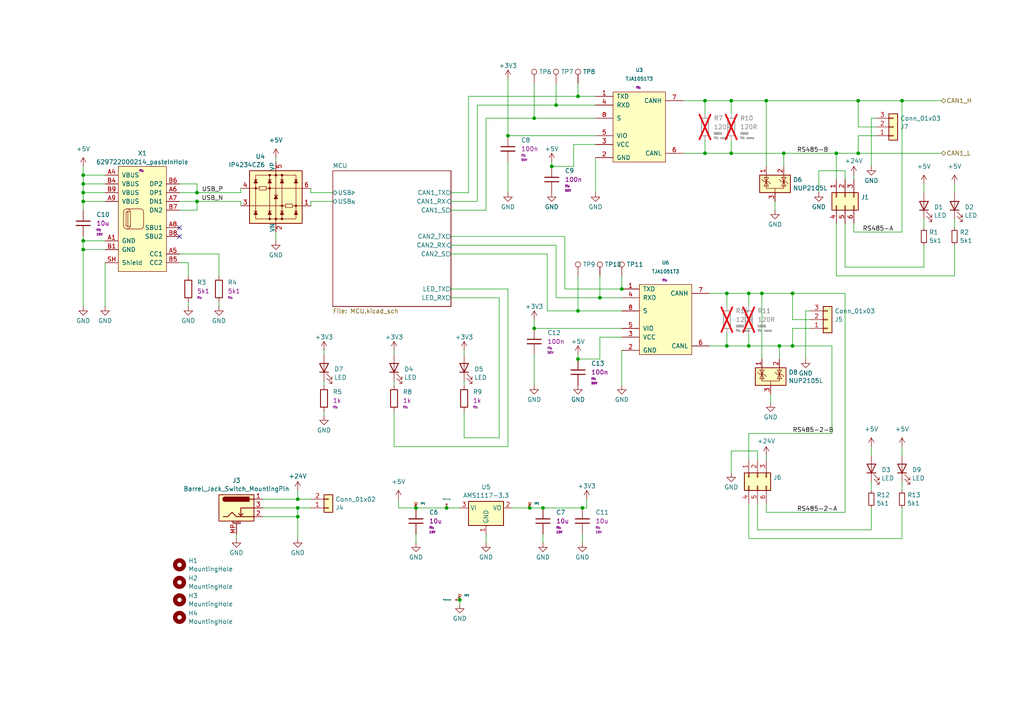
<source format=kicad_sch>
(kicad_sch (version 20250114) (generator "eeschema") (generator_version "9.0")
  (paper "A4")
  (junction (at 24.13 58.42))
  (junction (at 204.47 44.45))
  (junction (at 229.87 100.33))
  (junction (at 210.82 85.09))
  (junction (at 57.15 55.88))
  (junction (at 217.17 85.09))
  (junction (at 24.13 69.85))
  (junction (at 157.48 147.32))
  (junction (at 154.94 34.29))
  (junction (at 129.54 147.32))
  (junction (at 212.09 44.45))
  (junction (at 86.36 149.86))
  (junction (at 154.94 95.25))
  (junction (at 161.29 30.48))
  (junction (at 167.64 104.14))
  (junction (at 133.35 173.99))
  (junction (at 226.06 100.33))
  (junction (at 227.33 44.45))
  (junction (at 242.57 44.45))
  (junction (at 24.13 55.88))
  (junction (at 220.98 85.09))
  (junction (at 147.32 39.37))
  (junction (at 261.62 29.21))
  (junction (at 24.13 72.39))
  (junction (at 167.64 27.94))
  (junction (at 210.82 100.33))
  (junction (at 248.92 29.21))
  (junction (at 24.13 53.34))
  (junction (at 120.65 147.32))
  (junction (at 86.36 144.78))
  (junction (at 222.25 29.21))
  (junction (at 180.34 83.82))
  (junction (at 167.64 90.17))
  (junction (at 212.09 29.21))
  (junction (at 57.15 58.42))
  (junction (at 160.02 48.26))
  (junction (at 248.92 44.45))
  (junction (at 24.13 50.8))
  (junction (at 229.87 85.09))
  (junction (at 153.67 147.32))
  (junction (at 217.17 100.33))
  (junction (at 168.91 147.32))
  (junction (at 86.36 147.32))
  (junction (at 204.47 29.21))
  (junction (at 173.99 86.36))
  (no_connect (at 52.07 66.04))
  (no_connect (at 52.07 68.58))
  (wire (pts (xy 69.85 58.42) (xy 69.85 59.69)))
  (wire (pts (xy 222.25 29.21) (xy 222.25 48.26)))
  (wire (pts (xy 135.89 27.94) (xy 167.64 27.94)))
  (wire (pts (xy 57.15 58.42) (xy 69.85 58.42)))
  (wire (pts (xy 86.36 156.21) (xy 86.36 149.86)))
  (wire (pts (xy 217.17 133.35) (xy 217.17 125.73)))
  (wire (pts (xy 234.95 95.25) (xy 229.87 95.25)))
  (wire (pts (xy 245.11 64.77) (xy 245.11 77.47)))
  (wire (pts (xy 212.09 130.81) (xy 219.71 130.81)))
  (wire (pts (xy 147.32 22.86) (xy 147.32 39.37)))
  (wire (pts (xy 217.17 100.33) (xy 217.17 96.52)))
  (wire (pts (xy 267.97 77.47) (xy 267.97 71.12)))
  (wire (pts (xy 93.98 101.6) (xy 93.98 102.87)))
  (wire (pts (xy 69.85 54.61) (xy 69.85 55.88)))
  (wire (pts (xy 54.61 76.2) (xy 54.61 80.01)))
  (wire (pts (xy 245.11 148.59) (xy 245.11 85.09)))
  (wire (pts (xy 247.65 50.8) (xy 247.65 52.07)))
  (wire (pts (xy 223.52 114.3) (xy 223.52 116.84)))
  (wire (pts (xy 160.02 46.99) (xy 160.02 48.26)))
  (wire (pts (xy 130.81 73.66) (xy 158.75 73.66)))
  (wire (pts (xy 204.47 29.21) (xy 212.09 29.21)))
  (wire (pts (xy 24.13 88.9) (xy 24.13 72.39)))
  (wire (pts (xy 154.94 92.71) (xy 154.94 95.25)))
  (wire (pts (xy 212.09 29.21) (xy 222.25 29.21)))
  (wire (pts (xy 138.43 58.42) (xy 138.43 30.48)))
  (wire (pts (xy 144.78 127) (xy 144.78 86.36)))
  (wire (pts (xy 120.65 147.32) (xy 129.54 147.32)))
  (wire (pts (xy 114.3 119.38) (xy 114.3 129.54)))
  (wire (pts (xy 227.33 44.45) (xy 227.33 48.26)))
  (wire (pts (xy 63.5 88.9) (xy 63.5 87.63)))
  (wire (pts (xy 252.73 153.67) (xy 252.73 147.32)))
  (wire (pts (xy 205.74 85.09) (xy 210.82 85.09)))
  (wire (pts (xy 247.65 67.31) (xy 261.62 67.31)))
  (wire (pts (xy 261.62 29.21) (xy 273.05 29.21)))
  (wire (pts (xy 168.91 147.32) (xy 170.18 147.32)))
  (wire (pts (xy 134.62 101.6) (xy 134.62 102.87)))
  (wire (pts (xy 217.17 85.09) (xy 220.98 85.09)))
  (wire (pts (xy 120.65 154.94) (xy 120.65 157.48)))
  (wire (pts (xy 115.57 144.78) (xy 115.57 147.32)))
  (wire (pts (xy 24.13 72.39) (xy 30.48 72.39)))
  (wire (pts (xy 217.17 125.73) (xy 241.3 125.73)))
  (wire (pts (xy 261.62 139.7) (xy 261.62 142.24)))
  (wire (pts (xy 160.02 48.26) (xy 166.37 48.26)))
  (wire (pts (xy 222.25 146.05) (xy 222.25 148.59)))
  (wire (pts (xy 161.29 24.13) (xy 161.29 30.48)))
  (wire (pts (xy 147.32 46.99) (xy 147.32 55.88)))
  (wire (pts (xy 147.32 83.82) (xy 147.32 129.54)))
  (wire (pts (xy 248.92 29.21) (xy 248.92 36.83)))
  (wire (pts (xy 241.3 125.73) (xy 241.3 100.33)))
  (wire (pts (xy 80.01 69.85) (xy 80.01 67.31)))
  (wire (pts (xy 86.36 147.32) (xy 86.36 149.86)))
  (wire (pts (xy 90.17 54.61) (xy 90.17 55.88)))
  (wire (pts (xy 90.17 58.42) (xy 90.17 59.69)))
  (wire (pts (xy 154.94 102.87) (xy 154.94 111.76)))
  (wire (pts (xy 210.82 100.33) (xy 217.17 100.33)))
  (wire (pts (xy 63.5 73.66) (xy 63.5 80.01)))
  (wire (pts (xy 180.34 80.01) (xy 180.34 83.82)))
  (wire (pts (xy 93.98 120.65) (xy 93.98 119.38)))
  (wire (pts (xy 229.87 95.25) (xy 229.87 100.33)))
  (wire (pts (xy 30.48 88.9) (xy 30.48 76.2)))
  (wire (pts (xy 222.25 132.08) (xy 222.25 133.35)))
  (wire (pts (xy 161.29 30.48) (xy 172.72 30.48)))
  (wire (pts (xy 254 39.37) (xy 248.92 39.37)))
  (wire (pts (xy 210.82 85.09) (xy 217.17 85.09)))
  (wire (pts (xy 135.89 55.88) (xy 135.89 27.94)))
  (wire (pts (xy 242.57 80.01) (xy 276.86 80.01)))
  (wire (pts (xy 180.34 86.36) (xy 173.99 86.36)))
  (wire (pts (xy 252.73 139.7) (xy 252.73 142.24)))
  (wire (pts (xy 167.64 104.14) (xy 173.99 104.14)))
  (wire (pts (xy 226.06 100.33) (xy 226.06 104.14)))
  (wire (pts (xy 245.11 49.53) (xy 245.11 52.07)))
  (wire (pts (xy 147.32 129.54) (xy 114.3 129.54)))
  (wire (pts (xy 210.82 88.9) (xy 210.82 85.09)))
  (wire (pts (xy 24.13 68.58) (xy 24.13 69.85)))
  (wire (pts (xy 173.99 104.14) (xy 173.99 97.79)))
  (wire (pts (xy 219.71 146.05) (xy 219.71 153.67)))
  (wire (pts (xy 93.98 110.49) (xy 93.98 111.76)))
  (wire (pts (xy 90.17 58.42) (xy 96.52 58.42)))
  (wire (pts (xy 161.29 71.12) (xy 130.81 71.12)))
  (wire (pts (xy 212.09 44.45) (xy 227.33 44.45)))
  (wire (pts (xy 219.71 130.81) (xy 219.71 133.35)))
  (wire (pts (xy 86.36 149.86) (xy 76.2 149.86)))
  (wire (pts (xy 24.13 72.39) (xy 24.13 69.85)))
  (wire (pts (xy 68.58 154.94) (xy 68.58 156.21)))
  (wire (pts (xy 144.78 86.36) (xy 130.81 86.36)))
  (wire (pts (xy 52.07 58.42) (xy 57.15 58.42)))
  (wire (pts (xy 140.97 34.29) (xy 154.94 34.29)))
  (wire (pts (xy 167.64 24.13) (xy 167.64 27.94)))
  (wire (pts (xy 114.3 110.49) (xy 114.3 111.76)))
  (wire (pts (xy 247.65 64.77) (xy 247.65 67.31)))
  (wire (pts (xy 57.15 58.42) (xy 57.15 60.96)))
  (wire (pts (xy 222.25 148.59) (xy 245.11 148.59)))
  (wire (pts (xy 161.29 86.36) (xy 161.29 71.12)))
  (wire (pts (xy 173.99 86.36) (xy 161.29 86.36)))
  (wire (pts (xy 54.61 88.9) (xy 54.61 87.63)))
  (wire (pts (xy 90.17 55.88) (xy 96.52 55.88)))
  (wire (pts (xy 172.72 45.72) (xy 172.72 55.88)))
  (wire (pts (xy 242.57 44.45) (xy 248.92 44.45)))
  (wire (pts (xy 24.13 48.26) (xy 24.13 50.8)))
  (wire (pts (xy 157.48 147.32) (xy 168.91 147.32)))
  (wire (pts (xy 222.25 29.21) (xy 248.92 29.21)))
  (wire (pts (xy 245.11 77.47) (xy 267.97 77.47)))
  (wire (pts (xy 220.98 85.09) (xy 229.87 85.09)))
  (wire (pts (xy 147.32 39.37) (xy 172.72 39.37)))
  (wire (pts (xy 52.07 60.96) (xy 57.15 60.96)))
  (wire (pts (xy 154.94 34.29) (xy 172.72 34.29)))
  (wire (pts (xy 276.86 53.34) (xy 276.86 55.88)))
  (wire (pts (xy 130.81 55.88) (xy 135.89 55.88)))
  (wire (pts (xy 130.81 68.58) (xy 163.83 68.58)))
  (wire (pts (xy 173.99 80.01) (xy 173.99 86.36)))
  (wire (pts (xy 76.2 144.78) (xy 86.36 144.78)))
  (wire (pts (xy 24.13 55.88) (xy 24.13 58.42)))
  (wire (pts (xy 52.07 73.66) (xy 63.5 73.66)))
  (wire (pts (xy 24.13 58.42) (xy 24.13 60.96)))
  (wire (pts (xy 276.86 63.5) (xy 276.86 66.04)))
  (wire (pts (xy 205.74 100.33) (xy 210.82 100.33)))
  (wire (pts (xy 134.62 127) (xy 144.78 127)))
  (wire (pts (xy 229.87 100.33) (xy 241.3 100.33)))
  (wire (pts (xy 80.01 45.72) (xy 80.01 46.99)))
  (wire (pts (xy 76.2 147.32) (xy 86.36 147.32)))
  (wire (pts (xy 130.81 58.42) (xy 138.43 58.42)))
  (wire (pts (xy 154.94 24.13) (xy 154.94 34.29)))
  (wire (pts (xy 57.15 53.34) (xy 57.15 55.88)))
  (wire (pts (xy 248.92 29.21) (xy 261.62 29.21)))
  (wire (pts (xy 129.54 147.32) (xy 133.35 147.32)))
  (wire (pts (xy 217.17 85.09) (xy 217.17 88.9)))
  (wire (pts (xy 166.37 41.91) (xy 172.72 41.91)))
  (wire (pts (xy 24.13 50.8) (xy 30.48 50.8)))
  (wire (pts (xy 261.62 29.21) (xy 261.62 67.31)))
  (wire (pts (xy 52.07 55.88) (xy 57.15 55.88)))
  (wire (pts (xy 204.47 29.21) (xy 204.47 33.02)))
  (wire (pts (xy 24.13 50.8) (xy 24.13 53.34)))
  (wire (pts (xy 229.87 85.09) (xy 245.11 85.09)))
  (wire (pts (xy 229.87 85.09) (xy 229.87 92.71)))
  (wire (pts (xy 134.62 127) (xy 134.62 119.38)))
  (wire (pts (xy 252.73 34.29) (xy 252.73 48.26)))
  (wire (pts (xy 86.36 147.32) (xy 90.17 147.32)))
  (wire (pts (xy 167.64 27.94) (xy 172.72 27.94)))
  (wire (pts (xy 114.3 101.6) (xy 114.3 102.87)))
  (wire (pts (xy 24.13 69.85) (xy 30.48 69.85)))
  (wire (pts (xy 204.47 40.64) (xy 204.47 44.45)))
  (wire (pts (xy 167.64 80.01) (xy 167.64 90.17)))
  (wire (pts (xy 163.83 83.82) (xy 180.34 83.82)))
  (wire (pts (xy 158.75 73.66) (xy 158.75 90.17)))
  (wire (pts (xy 52.07 76.2) (xy 54.61 76.2)))
  (wire (pts (xy 173.99 97.79) (xy 180.34 97.79)))
  (wire (pts (xy 24.13 53.34) (xy 24.13 55.88)))
  (wire (pts (xy 134.62 110.49) (xy 134.62 111.76)))
  (wire (pts (xy 115.57 147.32) (xy 120.65 147.32)))
  (wire (pts (xy 242.57 52.07) (xy 242.57 44.45)))
  (wire (pts (xy 86.36 144.78) (xy 86.36 142.24)))
  (wire (pts (xy 157.48 154.94) (xy 157.48 157.48)))
  (wire (pts (xy 248.92 44.45) (xy 273.05 44.45)))
  (wire (pts (xy 168.91 154.94) (xy 168.91 157.48)))
  (wire (pts (xy 24.13 53.34) (xy 30.48 53.34)))
  (wire (pts (xy 219.71 153.67) (xy 252.73 153.67)))
  (wire (pts (xy 248.92 39.37) (xy 248.92 44.45)))
  (wire (pts (xy 52.07 53.34) (xy 57.15 53.34)))
  (wire (pts (xy 242.57 64.77) (xy 242.57 80.01)))
  (wire (pts (xy 167.64 90.17) (xy 180.34 90.17)))
  (wire (pts (xy 166.37 48.26) (xy 166.37 41.91)))
  (wire (pts (xy 140.97 154.94) (xy 140.97 157.48)))
  (wire (pts (xy 220.98 104.14) (xy 220.98 85.09)))
  (wire (pts (xy 217.17 146.05) (xy 217.17 156.21)))
  (wire (pts (xy 167.64 102.87) (xy 167.64 104.14)))
  (wire (pts (xy 233.68 90.17) (xy 234.95 90.17)))
  (wire (pts (xy 57.15 55.88) (xy 69.85 55.88)))
  (wire (pts (xy 237.49 55.88) (xy 237.49 49.53)))
  (wire (pts (xy 267.97 63.5) (xy 267.97 66.04)))
  (wire (pts (xy 233.68 90.17) (xy 233.68 104.14)))
  (wire (pts (xy 130.81 60.96) (xy 140.97 60.96)))
  (wire (pts (xy 212.09 29.21) (xy 212.09 33.02)))
  (wire (pts (xy 204.47 44.45) (xy 212.09 44.45)))
  (wire (pts (xy 212.09 40.64) (xy 212.09 44.45)))
  (wire (pts (xy 252.73 129.54) (xy 252.73 132.08)))
  (wire (pts (xy 217.17 100.33) (xy 226.06 100.33)))
  (wire (pts (xy 133.35 173.99) (xy 133.35 175.26)))
  (wire (pts (xy 204.47 44.45) (xy 198.12 44.45)))
  (wire (pts (xy 226.06 100.33) (xy 229.87 100.33)))
  (wire (pts (xy 154.94 95.25) (xy 180.34 95.25)))
  (wire (pts (xy 180.34 101.6) (xy 180.34 111.76)))
  (wire (pts (xy 138.43 30.48) (xy 161.29 30.48)))
  (wire (pts (xy 227.33 44.45) (xy 242.57 44.45)))
  (wire (pts (xy 163.83 68.58) (xy 163.83 83.82)))
  (wire (pts (xy 86.36 144.78) (xy 90.17 144.78)))
  (wire (pts (xy 261.62 156.21) (xy 261.62 147.32)))
  (wire (pts (xy 217.17 156.21) (xy 261.62 156.21)))
  (wire (pts (xy 276.86 80.01) (xy 276.86 71.12)))
  (wire (pts (xy 229.87 92.71) (xy 234.95 92.71)))
  (wire (pts (xy 248.92 36.83) (xy 254 36.83)))
  (wire (pts (xy 237.49 49.53) (xy 245.11 49.53)))
  (wire (pts (xy 130.81 83.82) (xy 147.32 83.82)))
  (wire (pts (xy 24.13 55.88) (xy 30.48 55.88)))
  (wire (pts (xy 140.97 60.96) (xy 140.97 34.29)))
  (wire (pts (xy 224.79 58.42) (xy 224.79 60.96)))
  (wire (pts (xy 198.12 29.21) (xy 204.47 29.21)))
  (wire (pts (xy 170.18 144.78) (xy 170.18 147.32)))
  (wire (pts (xy 267.97 53.34) (xy 267.97 55.88)))
  (wire (pts (xy 148.59 147.32) (xy 153.67 147.32)))
  (wire (pts (xy 210.82 96.52) (xy 210.82 100.33)))
  (wire (pts (xy 158.75 90.17) (xy 167.64 90.17)))
  (wire (pts (xy 261.62 129.54) (xy 261.62 132.08)))
  (wire (pts (xy 24.13 58.42) (xy 30.48 58.42)))
  (wire (pts (xy 252.73 34.29) (xy 254 34.29)))
  (wire (pts (xy 212.09 137.16) (xy 212.09 130.81)))
  (wire (pts (xy 153.67 147.32) (xy 157.48 147.32)))
  (label "RS485-B" (at 231.14 44.45 0))
  (label "RS485-2-A" (at 231.14 148.59 0))
  (label "USB_P" (at 64.77 55.88 180))
  (label "RS485-2-B" (at 229.87 125.73 0))
  (label "USB_N" (at 64.77 58.42 180))
  (label "RS485-A" (at 250.19 67.31 0))
  (hierarchical_label "CAN1_L" (shape bidirectional) (at 273.05 44.45 0))
  (hierarchical_label "CAN1_H" (shape bidirectional) (at 273.05 29.21 0))
  (symbol (lib_id "powerport:+5V") (at 80.01 45.72 0) (unit 1)
    (property "Reference" "#PWR032" (effects (hide yes)))
    (property "Value" "+5V" (at 80.01 40.64 0))
  )
  (symbol (lib_id "Connector:Barrel_Jack_Switch_MountingPin") (at 68.58 147.32 0) (unit 1)
    (property "Reference" "J3" (at 68.58 139.3655 0))
    (property "Value" "Barrel_Jack_Switch_MountingPin" (at 68.58 141.7898 0))
    (property "Footprint" "Connector_BarrelJack:BarrelJack_GCT_DCJ200-10-A_Horizontal" (effects (hide yes)))
    (property "Description" "DC Barrel Jack with an internal switch and a mounting pin" (effects (hide yes)))
  )
  (symbol (lib_id "Res_1Percent_E24_0805_125mW_-40C-90C:120R_0805_125mW_1%_E24_Chip-Resistor") (at 217.17 92.71 0) (unit 1) (dnp yes)
    (property "Reference" "R11" (at 219.71 90.17 0) (effects (justify left)))
    (property "Value" "120R_0805_125mW_1%_E24_Chip-Resistor" (effects (hide yes)))
    (property "Footprint" "Resistor_SMD:R_0805_2012Metric" (effects (hide yes)))
    (property "MPN" "any" (effects (hide yes)))
    (property "Manufacturer" "any" (effects (hide yes)))
    (property "DisplayValue" "120R" (at 219.71 92.71 0) (effects (justify left)))
    (property "Package" "0805" (at 219.71 94.615 0) (effects (font (size 0.635 0.635)) (justify left)))
    (property "Fit" "fit: none" (at 219.71 95.885 0) (effects (font (size 0.635 0.635)) (justify left)))
    (property "State" "legacy" (effects (hide yes)))
  )
  (symbol (lib_id "Power_Protection:NUP2105L") (at 223.52 109.22 0) (unit 1)
    (property "Reference" "D8" (at 228.727 108.0078 0) (effects (justify left)))
    (property "Value" "NUP2105L" (at 228.727 110.4321 0) (effects (justify left)))
    (property "Footprint" "Package_TO_SOT_SMD:SOT-23" (effects (hide yes)))
    (property "Datasheet" "https://www.onsemi.com/pub_link/Collateral/NUP2105L-D.PDF" (effects (hide yes)))
    (property "Description" "Dual Line CAN Bus Protector, 24Vrwm" (effects (hide yes)))
  )
  (symbol (lib_id "Regulator_Linear:AMS1117-3.3") (at 140.97 147.32 0) (unit 1)
    (property "Reference" "U5" (at 140.97 141.2705 0))
    (property "Value" "AMS1117-3.3" (at 140.97 143.6948 0))
    (property "Footprint" "Package_TO_SOT_SMD:SOT-223-3_TabPin2" (effects (hide yes)))
    (property "Datasheet" "http://www.advanced-monolithic.com/pdf/ds1117.pdf" (effects (hide yes)))
    (property "Description" "1A Low Dropout regulator, positive, 3.3V fixed output, SOT-223" (effects (hide yes)))
  )
  (symbol (lib_id "power:GND") (at 120.65 157.48 0) (unit 1)
    (property "Reference" "#PWR09" (effects (hide yes)))
    (property "Value" "GND" (at 120.65 161.6131 0))
    (property "Description" "Power symbol creates a global label with name \"GND\" , ground" (effects (hide yes)))
  )
  (symbol (lib_id "Connector:TestPoint") (at 154.94 24.13 0) (unit 1)
    (property "Reference" "TP6" (at 156.337 20.828 0) (effects (justify left)))
    (property "Value" "TestPoint" (effects (hide yes)))
    (property "Footprint" "TestPoint:TestPoint_Loop_D1.80mm_Drill1.0mm_Beaded" (effects (hide yes)))
    (property "Description" "test point" (effects (hide yes)))
  )
  (symbol (lib_id "Device:LED") (at 276.86 59.69 90) (unit 1)
    (property "Reference" "D2" (at 279.781 60.0653 90) (effects (justify right)))
    (property "Value" "LED" (at 279.781 62.4896 90) (effects (justify right)))
    (property "Footprint" "LED_THT:LED_D3.0mm" (effects (hide yes)))
    (property "Description" "Light emitting diode" (effects (hide yes)))
  )
  (symbol (lib_id "Connector_Generic:Conn_01x02") (at 95.25 147.32 0) (mirror x) (unit 1)
    (property "Reference" "J4" (at 97.282 147.2622 0) (effects (justify left)))
    (property "Value" "Conn_01x02" (at 97.282 144.8379 0) (effects (justify left)))
    (property "Footprint" "Connector_Molex:Molex_Micro-Fit_3.0_43045-0200_2x01_P3.00mm_Horizontal" (effects (hide yes)))
    (property "Description" "Generic connector, single row, 01x02, script generated (kicad-library-utils/schlib/autogen/connector/)" (effects (hide yes)))
  )
  (symbol (lib_id "wuerth:629722000214_pasteInHole") (at 41.91 63.5 0) (unit 1)
    (property "Reference" "X1" (at 41.275 44.45 0))
    (property "Value" "629722000214_pasteInHole" (at 41.275 46.99 0))
    (property "Footprint" "Connector_USB:USB_C_Receptacle_GCT_USB4105-xx-A_16P_TopMnt_Horizontal" (effects (hide yes)))
    (property "Datasheet" "$PTX_DATASHEETS/datasheets/Connectors/Wuerth_629722000214_USB-C_2.0_16Pin.pdf" (effects (hide yes)))
    (property "Fit" "fit: " (at 41.275 49.53 0) (effects (font (size 0.635 0.635))))
    (property "State" "reviewed" (effects (hide yes)))
    (property "Package" "SMD mfg-specific" (effects (hide yes)))
    (property "Tool" "None" (effects (hide yes)))
    (property "Manufacturer" "Würth Elektronik" (effects (hide yes)))
    (property "MPN" "629722000214" (effects (hide yes)))
  )
  (symbol (lib_id "powerport:+3V3") (at 170.18 144.78 0) (unit 1)
    (property "Reference" "#PWR027" (effects (hide yes)))
    (property "Value" "+3V3" (at 170.18 140.97 0))
  )
  (symbol (lib_id "Res_1Percent_E24_0603_100mW_-40C-90C:1k_0603_100mW_1%_E24_Chip-Resistor") (at 114.3 115.57 0) (unit 1)
    (property "Reference" "R8" (at 116.84 113.665 0) (effects (justify left)))
    (property "Value" "1k_0603_100mW_1%_E24_Chip-Resistor" (effects (hide yes)))
    (property "Footprint" "Resistor_SMD:R_0603_1608Metric" (effects (hide yes)))
    (property "MPN" "any" (effects (hide yes)))
    (property "Manufacturer" "any" (effects (hide yes)))
    (property "DisplayValue" "1k" (at 116.84 116.205 0) (effects (justify left)))
    (property "Fit" "fit: " (at 116.84 118.11 0) (effects (font (size 0.635 0.635)) (justify left)))
    (property "State" "legacy" (effects (hide yes)))
    (property "Package" "0603" (effects (hide yes)))
  )
  (symbol (lib_id "power:GND") (at 80.01 69.85 0) (unit 1)
    (property "Reference" "#PWR031" (effects (hide yes)))
    (property "Value" "GND" (at 80.01 73.9831 0))
    (property "Description" "Power symbol creates a global label with name \"GND\" , ground" (effects (hide yes)))
  )
  (symbol (lib_id "Power_Protection:IP4234CZ6") (at 80.01 57.15 0) (mirror y) (unit 1)
    (property "Reference" "U4" (at 76.8919 45.3855 0) (effects (justify left)))
    (property "Value" "IP4234CZ6" (at 76.8919 47.8098 0) (effects (justify left)))
    (property "Footprint" "Package_TO_SOT_SMD:SC-74-6_1.55x2.9mm_P0.95mm" (effects (hide yes)))
    (property "Datasheet" "https://assets.nexperia.com/documents/data-sheet/IP4234CZ6.pdf" (effects (hide yes)))
    (property "Description" "ESD Protection, 2 channel, USB 2.0 to IEC 61000-4-2 level 4, 5.5V, SOT457 (SC-74-6)" (effects (hide yes)))
  )
  (symbol (lib_id "power:GND") (at 157.48 157.48 0) (unit 1)
    (property "Reference" "#PWR010" (effects (hide yes)))
    (property "Value" "GND" (at 157.48 161.6131 0))
    (property "Description" "Power symbol creates a global label with name \"GND\" , ground" (effects (hide yes)))
  )
  (symbol (lib_id "power:+24V") (at 222.25 132.08 0) (unit 1)
    (property "Reference" "#PWR04" (effects (hide yes)))
    (property "Value" "+24V" (at 222.25 127.9469 0))
    (property "Description" "Power symbol creates a global label with name \"+24V\"" (effects (hide yes)))
  )
  (symbol (lib_id "Device:LED") (at 114.3 106.68 90) (unit 1)
    (property "Reference" "D4" (at 117.221 107.0553 90) (effects (justify right)))
    (property "Value" "LED" (at 117.221 109.4796 90) (effects (justify right)))
    (property "Footprint" "LED_THT:LED_D3.0mm" (effects (hide yes)))
    (property "Description" "Light emitting diode" (effects (hide yes)))
  )
  (symbol (lib_id "Connector_Generic:Conn_02x03_Top_Bottom") (at 245.11 57.15 90) (mirror x) (unit 1)
    (property "Reference" "J1" (at 249.682 57.2078 90) (effects (justify right)))
    (property "Value" "Conn_02x03_Top_Bottom" (effects (hide yes)))
    (property "Footprint" "Connector_Molex:Molex_Micro-Fit_3.0_43045-0610_2x03-1MP_P3.00mm_Horizontal" (effects (hide yes)))
    (property "Description" "Generic connector, double row, 02x03, top/bottom pin numbering scheme (row 1: 1...pins_per_row, row2: pins_per_row+1 ... num_pins), script generated (kicad-library-utils/schlib/autogen/connector/)" (effects (hide yes)))
  )
  (symbol (lib_id "Connector:TestPoint") (at 173.99 80.01 0) (unit 1)
    (property "Reference" "TP10" (at 175.387 76.708 0) (effects (justify left)))
    (property "Value" "TestPoint" (effects (hide yes)))
    (property "Footprint" "TestPoint:TestPoint_Loop_D1.80mm_Drill1.0mm_Beaded" (effects (hide yes)))
    (property "Description" "test point" (effects (hide yes)))
  )
  (symbol (lib_id "Res_1Percent_E24_0805_125mW_-40C-90C:120R_0805_125mW_1%_E24_Chip-Resistor") (at 212.09 36.83 0) (unit 1) (dnp yes)
    (property "Reference" "R10" (at 214.63 34.29 0) (effects (justify left)))
    (property "Value" "120R_0805_125mW_1%_E24_Chip-Resistor" (effects (hide yes)))
    (property "Footprint" "Resistor_THT:R_Axial_DIN0411_L9.9mm_D3.6mm_P5.08mm_Vertical" (effects (hide yes)))
    (property "MPN" "any" (effects (hide yes)))
    (property "Manufacturer" "any" (effects (hide yes)))
    (property "DisplayValue" "120R" (at 214.63 36.83 0) (effects (justify left)))
    (property "Package" "0805" (at 214.63 38.735 0) (effects (font (size 0.635 0.635)) (justify left)))
    (property "Fit" "fit: none" (at 214.63 40.005 0) (effects (font (size 0.635 0.635)) (justify left)))
    (property "State" "legacy" (effects (hide yes)))
  )
  (symbol (lib_id "powerport:+3V3") (at 93.98 101.6 0) (unit 1)
    (property "Reference" "#PWR0101" (effects (hide yes)))
    (property "Value" "+3V3" (at 93.98 97.79 0))
  )
  (symbol (lib_id "generic-connectors:TP2.0mm") (at 153.67 147.32 90) (unit 1)
    (property "Reference" "TP2" (at 154.94 146.05 90) (effects (font (size 0.508 0.508)) (justify right)))
    (property "Value" "TP2.0mm" (effects (hide yes)))
    (property "Footprint" "TestPoint:TestPoint_Loop_D1.80mm_Drill1.0mm_Beaded" (effects (hide yes)))
    (property "Manufacturer" "any" (effects (hide yes)))
    (property "MPN" "any" (effects (hide yes)))
    (property "State" "reviewed" (effects (hide yes)))
    (property "Fit" "fit: " (effects (hide yes)))
    (property "Package" "SMD TP" (effects (hide yes)))
  )
  (symbol (lib_id "power:GND") (at 237.49 55.88 0) (unit 1)
    (property "Reference" "#PWR02" (effects (hide yes)))
    (property "Value" "GND" (at 237.49 60.0131 0))
    (property "Description" "Power symbol creates a global label with name \"GND\" , ground" (effects (hide yes)))
  )
  (symbol (lib_id "Connector:TestPoint") (at 161.29 24.13 0) (unit 1)
    (property "Reference" "TP7" (at 162.687 20.828 0) (effects (justify left)))
    (property "Value" "TestPoint" (effects (hide yes)))
    (property "Footprint" "TestPoint:TestPoint_Loop_D1.80mm_Drill1.0mm_Beaded" (effects (hide yes)))
    (property "Description" "test point" (effects (hide yes)))
  )
  (symbol (lib_id "powerport:+3V3") (at 114.3 101.6 0) (unit 1)
    (property "Reference" "#PWR0102" (effects (hide yes)))
    (property "Value" "+3V3" (at 114.3 97.79 0))
  )
  (symbol (lib_id "Cap_10Percent_E24_0603_X7R_50V_-40C-125C:100n_0603_X7R_10%_50V_-40C..125C_Chip-Capacitor") (at 147.32 43.18 0) (unit 1)
    (property "Reference" "C8" (at 151.13 40.6527 0) (effects (justify left)))
    (property "Value" "100n_0603_X7R_10%_50V_-40C..125C_Chip-Capacitor" (effects (hide yes)))
    (property "Footprint" "Capacitor_SMD:C_0603_1608Metric" (effects (hide yes)))
    (property "MPN" "any" (effects (hide yes)))
    (property "Manufacturer" "any" (effects (hide yes)))
    (property "DisplayValue" "100n" (at 151.13 43.1927 0) (effects (justify left)))
    (property "Fit" "fit: " (at 151.13 45.0977 0) (effects (font (size 0.635 0.635)) (justify left)))
    (property "State" "legacy" (effects (hide yes)))
    (property "CapRatedVoltage" "50V" (at 151.13 46.3677 0) (effects (font (size 0.635 0.635)) (justify left)))
    (property "Package" "0603" (effects (hide yes)))
  )
  (symbol (lib_id "power:GND") (at 168.91 157.48 0) (unit 1)
    (property "Reference" "#PWR023" (effects (hide yes)))
    (property "Value" "GND" (at 168.91 161.6131 0))
    (property "Description" "Power symbol creates a global label with name \"GND\" , ground" (effects (hide yes)))
  )
  (symbol (lib_id "powerport:+5V") (at 261.62 129.54 0) (unit 1)
    (property "Reference" "#PWR048" (effects (hide yes)))
    (property "Value" "+5V" (at 261.62 124.46 0))
  )
  (symbol (lib_id "power:GND") (at 30.48 88.9 0) (unit 1)
    (property "Reference" "#PWR012" (effects (hide yes)))
    (property "Value" "GND" (at 30.48 93.0331 0))
    (property "Description" "Power symbol creates a global label with name \"GND\" , ground" (effects (hide yes)))
  )
  (symbol (lib_id "powerport:+5V") (at 115.57 144.78 0) (unit 1)
    (property "Reference" "#PWR026" (effects (hide yes)))
    (property "Value" "+5V" (at 115.57 139.7 0))
  )
  (symbol (lib_id "power:GND") (at 172.72 55.88 0) (unit 1)
    (property "Reference" "#PWR05" (effects (hide yes)))
    (property "Value" "GND" (at 172.72 60.0131 0))
    (property "Description" "Power symbol creates a global label with name \"GND\" , ground" (effects (hide yes)))
  )
  (symbol (lib_id "Connector_Generic:Conn_01x03") (at 259.08 36.83 0) (mirror x) (unit 1)
    (property "Reference" "J7" (at 261.112 36.7722 0) (effects (justify left)))
    (property "Value" "Conn_01x03" (at 261.112 34.3479 0) (effects (justify left)))
    (property "Footprint" "Connector_PinHeader_2.54mm:PinHeader_1x03_P2.54mm_Vertical" (effects (hide yes)))
    (property "Description" "Generic connector, single row, 01x03, script generated (kicad-library-utils/schlib/autogen/connector/)" (effects (hide yes)))
  )
  (symbol (lib_id "power:GND") (at 154.94 111.76 0) (unit 1)
    (property "Reference" "#PWR024" (effects (hide yes)))
    (property "Value" "GND" (at 154.94 115.8931 0))
    (property "Description" "Power symbol creates a global label with name \"GND\" , ground" (effects (hide yes)))
  )
  (symbol (lib_id "powerport:+5V") (at 252.73 129.54 0) (unit 1)
    (property "Reference" "#PWR047" (effects (hide yes)))
    (property "Value" "+5V" (at 252.73 124.46 0))
  )
  (symbol (lib_id "power:GND") (at 133.35 175.26 0) (unit 1)
    (property "Reference" "#PWR013" (effects (hide yes)))
    (property "Value" "GND" (at 133.35 179.3931 0))
    (property "Description" "Power symbol creates a global label with name \"GND\" , ground" (effects (hide yes)))
  )
  (symbol (lib_id "powerport:+5V") (at 167.64 102.87 0) (unit 1)
    (property "Reference" "#PWR042" (effects (hide yes)))
    (property "Value" "+5V" (at 167.64 99.06 0))
  )
  (symbol (lib_id "Device:LED") (at 261.62 135.89 90) (unit 1)
    (property "Reference" "D9" (at 264.541 136.2653 90) (effects (justify right)))
    (property "Value" "LED" (at 264.541 138.6896 90) (effects (justify right)))
    (property "Footprint" "LED_THT:LED_D3.0mm" (effects (hide yes)))
    (property "Description" "Light emitting diode" (effects (hide yes)))
  )
  (symbol (lib_id "Mechanical:MountingHole") (at 52.07 173.99 0) (unit 1) (in_bom no)
    (property "Reference" "H3" (at 54.61 172.7778 0) (effects (justify left)))
    (property "Value" "MountingHole" (at 54.61 175.2021 0) (effects (justify left)))
    (property "Footprint" "MountingHole:MountingHole_3.2mm_M3_Pad_Via" (effects (hide yes)))
    (property "Description" "Mounting Hole without connection" (effects (hide yes)))
  )
  (symbol (lib_id "power:+24V") (at 86.36 142.24 0) (unit 1)
    (property "Reference" "#PWR018" (effects (hide yes)))
    (property "Value" "+24V" (at 86.36 138.1069 0))
    (property "Description" "Power symbol creates a global label with name \"+24V\"" (effects (hide yes)))
  )
  (symbol (lib_id "powerport:+5V") (at 267.97 53.34 0) (unit 1)
    (property "Reference" "#PWR039" (effects (hide yes)))
    (property "Value" "+5V" (at 267.97 48.26 0))
  )
  (symbol (lib_id "Cap_10Percent_E24_0603_X7R_50V_-40C-125C:100n_0603_X7R_10%_50V_-40C..125C_Chip-Capacitor") (at 154.94 99.06 0) (unit 1)
    (property "Reference" "C12" (at 158.75 96.5327 0) (effects (justify left)))
    (property "Value" "100n_0603_X7R_10%_50V_-40C..125C_Chip-Capacitor" (effects (hide yes)))
    (property "Footprint" "Capacitor_SMD:C_0603_1608Metric" (effects (hide yes)))
    (property "MPN" "any" (effects (hide yes)))
    (property "Manufacturer" "any" (effects (hide yes)))
    (property "DisplayValue" "100n" (at 158.75 99.0727 0) (effects (justify left)))
    (property "Fit" "fit: " (at 158.75 100.9777 0) (effects (font (size 0.635 0.635)) (justify left)))
    (property "State" "legacy" (effects (hide yes)))
    (property "CapRatedVoltage" "50V" (at 158.75 102.2477 0) (effects (font (size 0.635 0.635)) (justify left)))
    (property "Package" "0603" (effects (hide yes)))
  )
  (symbol (lib_id "Cap_10Percent_E24_0603_X7R_50V_-40C-125C:100n_0603_X7R_10%_50V_-40C..125C_Chip-Capacitor") (at 160.02 52.07 0) (unit 1)
    (property "Reference" "C9" (at 163.83 49.5427 0) (effects (justify left)))
    (property "Value" "100n_0603_X7R_10%_50V_-40C..125C_Chip-Capacitor" (effects (hide yes)))
    (property "Footprint" "Capacitor_SMD:C_0603_1608Metric" (effects (hide yes)))
    (property "MPN" "any" (effects (hide yes)))
    (property "Manufacturer" "any" (effects (hide yes)))
    (property "DisplayValue" "100n" (at 163.83 52.0827 0) (effects (justify left)))
    (property "Fit" "fit: " (at 163.83 53.9877 0) (effects (font (size 0.635 0.635)) (justify left)))
    (property "State" "legacy" (effects (hide yes)))
    (property "CapRatedVoltage" "50V" (at 163.83 55.2577 0) (effects (font (size 0.635 0.635)) (justify left)))
    (property "Package" "0603" (effects (hide yes)))
  )
  (symbol (lib_id "power:GND") (at 167.64 111.76 0) (unit 1)
    (property "Reference" "#PWR043" (effects (hide yes)))
    (property "Value" "GND" (at 167.64 115.8931 0))
    (property "Description" "Power symbol creates a global label with name \"GND\" , ground" (effects (hide yes)))
  )
  (symbol (lib_id "power:GND") (at 140.97 157.48 0) (unit 1)
    (property "Reference" "#PWR022" (effects (hide yes)))
    (property "Value" "GND" (at 140.97 161.6131 0))
    (property "Description" "Power symbol creates a global label with name \"GND\" , ground" (effects (hide yes)))
  )
  (symbol (lib_id "Cap_10Percent_E24_0805_X7R_X7S_multipleV_-40C-125C:10u_0805_X7R_10%_10V_-40C..125C_Chip-Capacitor") (at 157.48 151.13 0) (unit 1)
    (property "Reference" "C7" (at 161.29 148.6027 0) (effects (justify left)))
    (property "Value" "10u_0805_X7R_10%_10V_-40C..125C_Chip-Capacitor" (effects (hide yes)))
    (property "Footprint" "Capacitor_SMD:C_0805_2012Metric" (effects (hide yes)))
    (property "MPN" "any" (effects (hide yes)))
    (property "Manufacturer" "any" (effects (hide yes)))
    (property "DisplayValue" "10u" (at 161.29 151.1427 0) (effects (justify left)))
    (property "Fit" "fit: " (at 161.29 153.0477 0) (effects (font (size 0.635 0.635)) (justify left)))
    (property "State" "legacy" (effects (hide yes)))
    (property "CapRatedVoltage" "10V" (at 161.29 154.3177 0) (effects (font (size 0.635 0.635)) (justify left)))
    (property "Package" "0805" (effects (hide yes)))
  )
  (symbol (lib_id "Power_Protection:NUP2105L") (at 224.79 53.34 0) (unit 1)
    (property "Reference" "D6" (at 229.997 52.1278 0) (effects (justify left)))
    (property "Value" "NUP2105L" (at 229.997 54.5521 0) (effects (justify left)))
    (property "Footprint" "Package_TO_SOT_SMD:SOT-23" (effects (hide yes)))
    (property "Datasheet" "https://www.onsemi.com/pub_link/Collateral/NUP2105L-D.PDF" (effects (hide yes)))
    (property "Description" "Dual Line CAN Bus Protector, 24Vrwm" (effects (hide yes)))
  )
  (symbol (lib_id "Device:R_Small") (at 261.62 144.78 0) (unit 1)
    (property "Reference" "R13" (at 263.1186 143.5678 0) (effects (justify left)))
    (property "Value" "5k1" (at 263.1186 145.9921 0) (effects (justify left)))
    (property "Footprint" "Resistor_SMD:R_0603_1608Metric" (effects (hide yes)))
    (property "Description" "Resistor, small symbol" (effects (hide yes)))
  )
  (symbol (lib_id "power:GND") (at 160.02 55.88 0) (unit 1)
    (property "Reference" "#PWR06" (effects (hide yes)))
    (property "Value" "GND" (at 160.02 60.0131 0))
    (property "Description" "Power symbol creates a global label with name \"GND\" , ground" (effects (hide yes)))
  )
  (symbol (lib_id "power:GND") (at 68.58 156.21 0) (unit 1)
    (property "Reference" "#PWR020" (effects (hide yes)))
    (property "Value" "GND" (at 68.58 160.3431 0))
    (property "Description" "Power symbol creates a global label with name \"GND\" , ground" (effects (hide yes)))
  )
  (symbol (lib_id "power:GND") (at 224.79 60.96 0) (unit 1)
    (property "Reference" "#PWR015" (effects (hide yes)))
    (property "Value" "GND" (at 224.79 65.0931 0))
    (property "Description" "Power symbol creates a global label with name \"GND\" , ground" (effects (hide yes)))
  )
  (symbol (lib_id "power:GND") (at 223.52 116.84 0) (unit 1)
    (property "Reference" "#PWR045" (effects (hide yes)))
    (property "Value" "GND" (at 223.52 120.9731 0))
    (property "Description" "Power symbol creates a global label with name \"GND\" , ground" (effects (hide yes)))
  )
  (symbol (lib_id "Res_1Percent_E24_0805_125mW_-40C-90C:120R_0805_125mW_1%_E24_Chip-Resistor") (at 204.47 36.83 0) (unit 1) (dnp yes)
    (property "Reference" "R7" (at 207.01 34.29 0) (effects (justify left)))
    (property "Value" "120R_0805_125mW_1%_E24_Chip-Resistor" (effects (hide yes)))
    (property "Footprint" "Resistor_SMD:R_0805_2012Metric" (effects (hide yes)))
    (property "MPN" "any" (effects (hide yes)))
    (property "Manufacturer" "any" (effects (hide yes)))
    (property "DisplayValue" "120R" (at 207.01 36.83 0) (effects (justify left)))
    (property "Package" "0805" (at 207.01 38.735 0) (effects (font (size 0.635 0.635)) (justify left)))
    (property "Fit" "fit: none" (at 207.01 40.005 0) (effects (font (size 0.635 0.635)) (justify left)))
    (property "State" "legacy" (effects (hide yes)))
  )
  (symbol (lib_id "powerport:+5V") (at 276.86 53.34 0) (unit 1)
    (property "Reference" "#PWR040" (effects (hide yes)))
    (property "Value" "+5V" (at 276.86 48.26 0))
  )
  (symbol (lib_id "Cap_10Percent_E24_0805_X7R_X7S_multipleV_-40C-125C:10u_0805_X7R_10%_10V_-40C..125C_Chip-Capacitor") (at 24.13 64.77 0) (unit 1)
    (property "Reference" "C10" (at 27.94 62.2427 0) (effects (justify left)))
    (property "Value" "10u_0805_X7R_10%_10V_-40C..125C_Chip-Capacitor" (effects (hide yes)))
    (property "Footprint" "Capacitor_SMD:C_0805_2012Metric" (effects (hide yes)))
    (property "MPN" "any" (effects (hide yes)))
    (property "Manufacturer" "any" (effects (hide yes)))
    (property "DisplayValue" "10u" (at 27.94 64.7827 0) (effects (justify left)))
    (property "Fit" "fit: " (at 27.94 66.6877 0) (effects (font (size 0.635 0.635)) (justify left)))
    (property "State" "legacy" (effects (hide yes)))
    (property "CapRatedVoltage" "10V" (at 27.94 67.9577 0) (effects (font (size 0.635 0.635)) (justify left)))
    (property "Package" "0805" (effects (hide yes)))
  )
  (symbol (lib_id "Res_1Percent_E24_0603_100mW_-40C-90C:1k_0603_100mW_1%_E24_Chip-Resistor") (at 134.62 115.57 0) (unit 1)
    (property "Reference" "R9" (at 137.16 113.665 0) (effects (justify left)))
    (property "Value" "1k_0603_100mW_1%_E24_Chip-Resistor" (effects (hide yes)))
    (property "Footprint" "Resistor_SMD:R_0603_1608Metric" (effects (hide yes)))
    (property "MPN" "any" (effects (hide yes)))
    (property "Manufacturer" "any" (effects (hide yes)))
    (property "DisplayValue" "1k" (at 137.16 116.205 0) (effects (justify left)))
    (property "Fit" "fit: " (at 137.16 118.11 0) (effects (font (size 0.635 0.635)) (justify left)))
    (property "State" "legacy" (effects (hide yes)))
    (property "Package" "0603" (effects (hide yes)))
  )
  (symbol (lib_id "Device:LED") (at 252.73 135.89 90) (unit 1)
    (property "Reference" "D3" (at 255.651 136.2653 90) (effects (justify right)))
    (property "Value" "LED" (at 255.651 138.6896 90) (effects (justify right)))
    (property "Footprint" "LED_THT:LED_D3.0mm" (effects (hide yes)))
    (property "Description" "Light emitting diode" (effects (hide yes)))
  )
  (symbol (lib_id "power:GND") (at 233.68 104.14 0) (unit 1)
    (property "Reference" "#PWR046" (effects (hide yes)))
    (property "Value" "GND" (at 233.68 108.2731 0))
    (property "Description" "Power symbol creates a global label with name \"GND\" , ground" (effects (hide yes)))
  )
  (symbol (lib_id "Mechanical:MountingHole") (at 52.07 179.07 0) (unit 1) (in_bom no)
    (property "Reference" "H4" (at 54.61 177.8578 0) (effects (justify left)))
    (property "Value" "MountingHole" (at 54.61 180.2821 0) (effects (justify left)))
    (property "Footprint" "MountingHole:MountingHole_3.2mm_M3_Pad_Via" (effects (hide yes)))
    (property "Description" "Mounting Hole without connection" (effects (hide yes)))
  )
  (symbol (lib_id "power:GND") (at 86.36 156.21 0) (unit 1)
    (property "Reference" "#PWR019" (effects (hide yes)))
    (property "Value" "GND" (at 86.36 160.3431 0))
    (property "Description" "Power symbol creates a global label with name \"GND\" , ground" (effects (hide yes)))
  )
  (symbol (lib_id "powerport:+3V3") (at 147.32 22.86 0) (unit 1)
    (property "Reference" "#PWR025" (effects (hide yes)))
    (property "Value" "+3V3" (at 147.32 19.05 0))
  )
  (symbol (lib_id "power:GND") (at 93.98 120.65 0) (unit 1)
    (property "Reference" "#PWR08" (effects (hide yes)))
    (property "Value" "GND" (at 93.98 124.7831 0))
    (property "Description" "Power symbol creates a global label with name \"GND\" , ground" (effects (hide yes)))
  )
  (symbol (lib_id "Device:R_Small") (at 276.86 68.58 0) (unit 1)
    (property "Reference" "R2" (at 278.3586 67.3678 0) (effects (justify left)))
    (property "Value" "5k1" (at 278.3586 69.7921 0) (effects (justify left)))
    (property "Footprint" "Resistor_SMD:R_0603_1608Metric" (effects (hide yes)))
    (property "Description" "Resistor, small symbol" (effects (hide yes)))
  )
  (symbol (lib_id "power:GND") (at 63.5 88.9 0) (unit 1)
    (property "Reference" "#PWR028" (effects (hide yes)))
    (property "Value" "GND" (at 63.5 93.0331 0))
    (property "Description" "Power symbol creates a global label with name \"GND\" , ground" (effects (hide yes)))
  )
  (symbol (lib_id "Device:LED") (at 93.98 106.68 90) (unit 1)
    (property "Reference" "D7" (at 96.901 107.0553 90) (effects (justify right)))
    (property "Value" "LED" (at 96.901 109.4796 90) (effects (justify right)))
    (property "Footprint" "LED_THT:LED_D3.0mm" (effects (hide yes)))
    (property "Description" "Light emitting diode" (effects (hide yes)))
  )
  (symbol (lib_id "nxp:TJA1051T3") (at 185.42 36.83 0) (unit 1)
    (property "Reference" "U3" (at 185.42 20.32 0) (effects (font (size 0.9906 0.9906))))
    (property "Value" "TJA1051T3" (at 185.42 22.86 0) (effects (font (size 0.9906 0.9906))))
    (property "Footprint" "Package_SO:SOIC-8_3.9x4.9mm_P1.27mm" (effects (hide yes)))
    (property "Datasheet" "$PTX_DATASHEETS/datasheets/CAN/NXP-TJA1051-rev09.pdf" (effects (hide yes)))
    (property "Fit" "fit: " (at 185.42 25.4 0) (effects (font (size 0.635 0.635))))
    (property "State" "reviewed" (effects (hide yes)))
    (property "Manufacturer" "NXP" (effects (hide yes)))
    (property "MPN" "TJA1051T/3" (effects (hide yes)))
    (property "Package" "SOIC-8_3.90mmx4.90mm_Pitch1.27mm" (effects (hide yes)))
  )
  (symbol (lib_id "powerport:+5V") (at 24.13 48.26 0) (unit 1)
    (property "Reference" "#PWR0104" (effects (hide yes)))
    (property "Value" "+5V" (at 24.13 43.18 0))
  )
  (symbol (lib_id "power:GND") (at 252.73 48.26 0) (unit 1)
    (property "Reference" "#PWR049" (effects (hide yes)))
    (property "Value" "GND" (at 252.73 52.3931 0))
    (property "Description" "Power symbol creates a global label with name \"GND\" , ground" (effects (hide yes)))
  )
  (symbol (lib_id "power:GND") (at 212.09 137.16 0) (unit 1)
    (property "Reference" "#PWR03" (effects (hide yes)))
    (property "Value" "GND" (at 212.09 141.2931 0))
    (property "Description" "Power symbol creates a global label with name \"GND\" , ground" (effects (hide yes)))
  )
  (symbol (lib_id "Mechanical:MountingHole") (at 52.07 163.83 0) (unit 1) (in_bom no)
    (property "Reference" "H1" (at 54.61 162.6178 0) (effects (justify left)))
    (property "Value" "MountingHole" (at 54.61 165.0421 0) (effects (justify left)))
    (property "Footprint" "MountingHole:MountingHole_3.2mm_M3_Pad_Via" (effects (hide yes)))
    (property "Description" "Mounting Hole without connection" (effects (hide yes)))
  )
  (symbol (lib_id "power:GND") (at 54.61 88.9 0) (unit 1)
    (property "Reference" "#PWR014" (effects (hide yes)))
    (property "Value" "GND" (at 54.61 93.0331 0))
    (property "Description" "Power symbol creates a global label with name \"GND\" , ground" (effects (hide yes)))
  )
  (symbol (lib_id "power:GND") (at 147.32 55.88 0) (unit 1)
    (property "Reference" "#PWR07" (effects (hide yes)))
    (property "Value" "GND" (at 147.32 60.0131 0))
    (property "Description" "Power symbol creates a global label with name \"GND\" , ground" (effects (hide yes)))
  )
  (symbol (lib_id "Mechanical:MountingHole") (at 52.07 168.91 0) (unit 1) (in_bom no)
    (property "Reference" "H2" (at 54.61 167.6978 0) (effects (justify left)))
    (property "Value" "MountingHole" (at 54.61 170.1221 0) (effects (justify left)))
    (property "Footprint" "MountingHole:MountingHole_3.2mm_M3_Pad_Via" (effects (hide yes)))
    (property "Description" "Mounting Hole without connection" (effects (hide yes)))
  )
  (symbol (lib_id "powerport:+3V3") (at 134.62 101.6 0) (unit 1)
    (property "Reference" "#PWR0103" (effects (hide yes)))
    (property "Value" "+3V3" (at 134.62 97.79 0))
  )
  (symbol (lib_id "Cap_10Percent_E24_0805_X7R_X7S_multipleV_-40C-125C:10u_0805_X7R_10%_10V_-40C..125C_Chip-Capacitor") (at 168.91 151.13 0) (unit 1)
    (property "Reference" "C11" (at 172.72 148.6027 0) (effects (justify left)))
    (property "Value" "10u_0805_X7R_10%_10V_-40C..125C_Chip-Capacitor" (effects (hide yes)))
    (property "Footprint" "Capacitor_SMD:C_0805_2012Metric" (effects (hide yes)))
    (property "MPN" "any" (effects (hide yes)))
    (property "Manufacturer" "any" (effects (hide yes)))
    (property "DisplayValue" "10u" (at 172.72 151.1427 0) (effects (justify left)))
    (property "Fit" "fit: " (at 172.72 153.0477 0) (effects (font (size 0.635 0.635)) (justify left)))
    (property "State" "legacy" (effects (hide yes)))
    (property "CapRatedVoltage" "10V" (at 172.72 154.3177 0) (effects (font (size 0.635 0.635)) (justify left)))
    (property "Package" "0805" (effects (hide yes)))
  )
  (symbol (lib_id "Res_1Percent_E24_0603_100mW_-40C-90C:5k1_0603_100mW_1%_E24_Chip-Resistor") (at 63.5 83.82 0) (unit 1)
    (property "Reference" "R4" (at 66.04 81.9149 0) (effects (justify left)))
    (property "Value" "5k1_0603_100mW_1%_E24_Chip-Resistor" (effects (hide yes)))
    (property "Footprint" "Resistor_SMD:R_0603_1608Metric" (effects (hide yes)))
    (property "MPN" "any" (effects (hide yes)))
    (property "Manufacturer" "any" (effects (hide yes)))
    (property "DisplayValue" "5k1" (at 66.04 84.4549 0) (effects (justify left)))
    (property "Fit" "fit: " (at 66.04 86.36 0) (effects (font (size 0.635 0.635)) (justify left)))
    (property "State" "legacy" (effects (hide yes)))
    (property "Package" "0603" (effects (hide yes)))
  )
  (symbol (lib_id "Connector:TestPoint") (at 180.34 80.01 0) (unit 1)
    (property "Reference" "TP11" (at 181.737 76.708 0) (effects (justify left)))
    (property "Value" "TestPoint" (effects (hide yes)))
    (property "Footprint" "TestPoint:TestPoint_Loop_D1.80mm_Drill1.0mm_Beaded" (effects (hide yes)))
    (property "Description" "test point" (effects (hide yes)))
  )
  (symbol (lib_id "Res_1Percent_E24_0805_125mW_-40C-90C:120R_0805_125mW_1%_E24_Chip-Resistor") (at 210.82 92.71 0) (unit 1) (dnp yes)
    (property "Reference" "R14" (at 213.36 90.17 0) (effects (justify left)))
    (property "Value" "120R_0805_125mW_1%_E24_Chip-Resistor" (effects (hide yes)))
    (property "Footprint" "Resistor_THT:R_Axial_DIN0411_L9.9mm_D3.6mm_P5.08mm_Vertical" (effects (hide yes)))
    (property "MPN" "any" (effects (hide yes)))
    (property "Manufacturer" "any" (effects (hide yes)))
    (property "DisplayValue" "120R" (at 213.36 92.71 0) (effects (justify left)))
    (property "Package" "0805" (at 213.36 94.615 0) (effects (font (size 0.635 0.635)) (justify left)))
    (property "Fit" "fit: none" (at 213.36 95.885 0) (effects (font (size 0.635 0.635)) (justify left)))
    (property "State" "legacy" (effects (hide yes)))
  )
  (symbol (lib_id "Device:LED") (at 134.62 106.68 90) (unit 1)
    (property "Reference" "D5" (at 137.541 107.0553 90) (effects (justify right)))
    (property "Value" "LED" (at 137.541 109.4796 90) (effects (justify right)))
    (property "Footprint" "LED_THT:LED_D3.0mm" (effects (hide yes)))
    (property "Description" "Light emitting diode" (effects (hide yes)))
  )
  (symbol (lib_id "power:GND") (at 180.34 111.76 0) (unit 1)
    (property "Reference" "#PWR044" (effects (hide yes)))
    (property "Value" "GND" (at 180.34 115.8931 0))
    (property "Description" "Power symbol creates a global label with name \"GND\" , ground" (effects (hide yes)))
  )
  (symbol (lib_id "Res_1Percent_E24_0603_100mW_-40C-90C:1k_0603_100mW_1%_E24_Chip-Resistor") (at 93.98 115.57 0) (unit 1)
    (property "Reference" "R5" (at 96.52 113.665 0) (effects (justify left)))
    (property "Value" "1k_0603_100mW_1%_E24_Chip-Resistor" (effects (hide yes)))
    (property "Footprint" "Resistor_SMD:R_0603_1608Metric" (effects (hide yes)))
    (property "MPN" "any" (effects (hide yes)))
    (property "Manufacturer" "any" (effects (hide yes)))
    (property "DisplayValue" "1k" (at 96.52 116.205 0) (effects (justify left)))
    (property "Fit" "fit: " (at 96.52 118.11 0) (effects (font (size 0.635 0.635)) (justify left)))
    (property "State" "legacy" (effects (hide yes)))
    (property "Package" "0603" (effects (hide yes)))
  )
  (symbol (lib_id "Connector:TestPoint") (at 167.64 24.13 0) (unit 1)
    (property "Reference" "TP8" (at 169.037 20.828 0) (effects (justify left)))
    (property "Value" "TestPoint" (effects (hide yes)))
    (property "Footprint" "TestPoint:TestPoint_Loop_D1.80mm_Drill1.0mm_Beaded" (effects (hide yes)))
    (property "Description" "test point" (effects (hide yes)))
  )
  (symbol (lib_id "powerport:PWR_FLAG") (at 129.54 147.32 0) (unit 1)
    (property "Reference" "#FLG02" (effects (hide yes)))
    (property "Value" "PWR_FLAG" (at 129.54 144.78 0) (effects (font (size 0.3048 0.3048))))
  )
  (symbol (lib_id "Device:R_Small") (at 267.97 68.58 0) (unit 1)
    (property "Reference" "R1" (at 269.4686 67.3678 0) (effects (justify left)))
    (property "Value" "5k1" (at 269.4686 69.7921 0) (effects (justify left)))
    (property "Footprint" "Resistor_SMD:R_0603_1608Metric" (effects (hide yes)))
    (property "Description" "Resistor, small symbol" (effects (hide yes)))
  )
  (symbol (lib_id "Device:LED") (at 267.97 59.69 90) (unit 1)
    (property "Reference" "D1" (at 270.891 60.0653 90) (effects (justify right)))
    (property "Value" "LED" (at 270.891 62.4896 90) (effects (justify right)))
    (property "Footprint" "LED_THT:LED_D3.0mm" (effects (hide yes)))
    (property "Description" "Light emitting diode" (effects (hide yes)))
  )
  (symbol (lib_id "Connector_Generic:Conn_02x03_Top_Bottom") (at 219.71 138.43 90) (mirror x) (unit 1)
    (property "Reference" "J6" (at 224.282 138.4878 90) (effects (justify right)))
    (property "Value" "Conn_02x03_Top_Bottom" (effects (hide yes)))
    (property "Footprint" "Connector_Molex:Molex_Micro-Fit_3.0_43045-0610_2x03-1MP_P3.00mm_Horizontal" (effects (hide yes)))
    (property "Description" "Generic connector, double row, 02x03, top/bottom pin numbering scheme (row 1: 1...pins_per_row, row2: pins_per_row+1 ... num_pins), script generated (kicad-library-utils/schlib/autogen/connector/)" (effects (hide yes)))
  )
  (symbol (lib_id "Cap_10Percent_E24_0805_X7R_X7S_multipleV_-40C-125C:10u_0805_X7R_10%_10V_-40C..125C_Chip-Capacitor") (at 120.65 151.13 0) (unit 1)
    (property "Reference" "C6" (at 124.46 148.6027 0) (effects (justify left)))
    (property "Value" "10u_0805_X7R_10%_10V_-40C..125C_Chip-Capacitor" (effects (hide yes)))
    (property "Footprint" "Capacitor_SMD:C_0805_2012Metric" (effects (hide yes)))
    (property "MPN" "any" (effects (hide yes)))
    (property "Manufacturer" "any" (effects (hide yes)))
    (property "DisplayValue" "10u" (at 124.46 151.1427 0) (effects (justify left)))
    (property "Fit" "fit: " (at 124.46 153.0477 0) (effects (font (size 0.635 0.635)) (justify left)))
    (property "State" "legacy" (effects (hide yes)))
    (property "CapRatedVoltage" "10V" (at 124.46 154.3177 0) (effects (font (size 0.635 0.635)) (justify left)))
    (property "Package" "0805" (effects (hide yes)))
  )
  (symbol (lib_id "power:GND") (at 24.13 88.9 0) (unit 1)
    (property "Reference" "#PWR011" (effects (hide yes)))
    (property "Value" "GND" (at 24.13 93.0331 0))
    (property "Description" "Power symbol creates a global label with name \"GND\" , ground" (effects (hide yes)))
  )
  (symbol (lib_id "Cap_10Percent_E24_0603_X7R_50V_-40C-125C:100n_0603_X7R_10%_50V_-40C..125C_Chip-Capacitor") (at 167.64 107.95 0) (unit 1)
    (property "Reference" "C13" (at 171.45 105.4227 0) (effects (justify left)))
    (property "Value" "100n_0603_X7R_10%_50V_-40C..125C_Chip-Capacitor" (effects (hide yes)))
    (property "Footprint" "Capacitor_SMD:C_0603_1608Metric" (effects (hide yes)))
    (property "MPN" "any" (effects (hide yes)))
    (property "Manufacturer" "any" (effects (hide yes)))
    (property "DisplayValue" "100n" (at 171.45 107.9627 0) (effects (justify left)))
    (property "Fit" "fit: " (at 171.45 109.8677 0) (effects (font (size 0.635 0.635)) (justify left)))
    (property "State" "legacy" (effects (hide yes)))
    (property "CapRatedVoltage" "50V" (at 171.45 111.1377 0) (effects (font (size 0.635 0.635)) (justify left)))
    (property "Package" "0603" (effects (hide yes)))
  )
  (symbol (lib_id "nxp:TJA1051T3") (at 193.04 92.71 0) (unit 1)
    (property "Reference" "U6" (at 193.04 76.2 0) (effects (font (size 0.9906 0.9906))))
    (property "Value" "TJA1051T3" (at 193.04 78.74 0) (effects (font (size 0.9906 0.9906))))
    (property "Footprint" "Package_SO:SOIC-8_3.9x4.9mm_P1.27mm" (effects (hide yes)))
    (property "Datasheet" "$PTX_DATASHEETS/datasheets/CAN/NXP-TJA1051-rev09.pdf" (effects (hide yes)))
    (property "Fit" "fit: " (at 193.04 81.28 0) (effects (font (size 0.635 0.635))))
    (property "State" "reviewed" (effects (hide yes)))
    (property "Manufacturer" "NXP" (effects (hide yes)))
    (property "MPN" "TJA1051T/3" (effects (hide yes)))
    (property "Package" "SOIC-8_3.90mmx4.90mm_Pitch1.27mm" (effects (hide yes)))
  )
  (symbol (lib_id "generic-connectors:TP2.0mm") (at 120.65 147.32 90) (unit 1)
    (property "Reference" "TP1" (at 121.92 146.05 90) (effects (font (size 0.508 0.508)) (justify right)))
    (property "Value" "TP2.0mm" (effects (hide yes)))
    (property "Footprint" "TestPoint:TestPoint_Loop_D1.80mm_Drill1.0mm_Beaded" (effects (hide yes)))
    (property "Manufacturer" "any" (effects (hide yes)))
    (property "MPN" "any" (effects (hide yes)))
    (property "State" "reviewed" (effects (hide yes)))
    (property "Fit" "fit: " (effects (hide yes)))
    (property "Package" "SMD TP" (effects (hide yes)))
  )
  (symbol (lib_id "Connector:TestPoint") (at 167.64 80.01 0) (unit 1)
    (property "Reference" "TP9" (at 169.037 76.708 0) (effects (justify left)))
    (property "Value" "TestPoint" (effects (hide yes)))
    (property "Footprint" "TestPoint:TestPoint_Loop_D1.80mm_Drill1.0mm_Beaded" (effects (hide yes)))
    (property "Description" "test point" (effects (hide yes)))
  )
  (symbol (lib_id "powerport:+5V") (at 160.02 46.99 0) (unit 1)
    (property "Reference" "#PWR030" (effects (hide yes)))
    (property "Value" "+5V" (at 160.02 43.18 0))
  )
  (symbol (lib_id "Device:R_Small") (at 252.73 144.78 0) (unit 1)
    (property "Reference" "R12" (at 254.2286 143.5678 0) (effects (justify left)))
    (property "Value" "5k1" (at 254.2286 145.9921 0) (effects (justify left)))
    (property "Footprint" "Resistor_SMD:R_0603_1608Metric" (effects (hide yes)))
    (property "Description" "Resistor, small symbol" (effects (hide yes)))
  )
  (symbol (lib_id "power:+24V") (at 247.65 50.8 0) (unit 1)
    (property "Reference" "#PWR01" (effects (hide yes)))
    (property "Value" "+24V" (at 247.65 46.6669 0))
    (property "Description" "Power symbol creates a global label with name \"+24V\"" (effects (hide yes)))
  )
  (symbol (lib_id "Connector_Generic:Conn_01x03") (at 240.03 92.71 0) (mirror x) (unit 1)
    (property "Reference" "J5" (at 242.062 92.6522 0) (effects (justify left)))
    (property "Value" "Conn_01x03" (at 242.062 90.2279 0) (effects (justify left)))
    (property "Footprint" "Connector_PinHeader_2.54mm:PinHeader_1x03_P2.54mm_Vertical" (effects (hide yes)))
    (property "Description" "Generic connector, single row, 01x03, script generated (kicad-library-utils/schlib/autogen/connector/)" (effects (hide yes)))
  )
  (symbol (lib_id "powerport:PWR_FLAG") (at 133.35 173.99 90) (unit 1)
    (property "Reference" "#FLG03" (effects (hide yes)))
    (property "Value" "PWR_FLAG" (at 130.81 173.99 90) (effects (font (size 0.3048 0.3048)) (justify left)))
  )
  (symbol (lib_id "Res_1Percent_E24_0603_100mW_-40C-90C:5k1_0603_100mW_1%_E24_Chip-Resistor") (at 54.61 83.82 0) (unit 1)
    (property "Reference" "R3" (at 57.15 81.9149 0) (effects (justify left)))
    (property "Value" "5k1_0603_100mW_1%_E24_Chip-Resistor" (effects (hide yes)))
    (property "Footprint" "Resistor_SMD:R_0603_1608Metric" (effects (hide yes)))
    (property "MPN" "any" (effects (hide yes)))
    (property "Manufacturer" "any" (effects (hide yes)))
    (property "DisplayValue" "5k1" (at 57.15 84.4549 0) (effects (justify left)))
    (property "Fit" "fit: " (at 57.15 86.36 0) (effects (font (size 0.635 0.635)) (justify left)))
    (property "State" "legacy" (effects (hide yes)))
    (property "Package" "0603" (effects (hide yes)))
  )
  (symbol (lib_id "generic-connectors:TP2.0mm") (at 133.35 173.99 90) (unit 1)
    (property "Reference" "TP3" (at 134.62 172.72 90) (effects (font (size 0.508 0.508)) (justify right)))
    (property "Value" "TP2.0mm" (effects (hide yes)))
    (property "Footprint" "TestPoint:TestPoint_Loop_D1.80mm_Drill1.0mm_Beaded" (effects (hide yes)))
    (property "Manufacturer" "any" (effects (hide yes)))
    (property "MPN" "any" (effects (hide yes)))
    (property "State" "reviewed" (effects (hide yes)))
    (property "Fit" "fit: " (effects (hide yes)))
    (property "Package" "SMD TP" (effects (hide yes)))
  )
  (symbol (lib_id "powerport:+3V3") (at 154.94 92.71 0) (unit 1)
    (property "Reference" "#PWR041" (effects (hide yes)))
    (property "Value" "+3V3" (at 154.94 88.9 0))
  )
  (sheet (at 96.52 49.53) (size 34.29 39.37) (stroke (width 0.1524))
    (property "Sheetname" "MCU" (at 96.52 48.8184 0) (effects (justify left bottom)))
    (property "Sheetfile" "MCU.kicad_sch" (at 96.52 89.4846 0) (effects (justify left top)))
    (pin "USB_{N}" bidirectional (at 96.52 58.42 180))
    (pin "USB_{P}" bidirectional (at 96.52 55.88 180))
    (pin "CAN1_RX" input (at 130.81 58.42 0))
    (pin "CAN1_TX" output (at 130.81 55.88 0))
    (pin "CAN1_S" output (at 130.81 60.96 0))
    (pin "LED_RX" output (at 130.81 86.36 0))
    (pin "LED_TX" output (at 130.81 83.82 0))
    (pin "CAN2_RX" input (at 130.81 71.12 0))
    (pin "CAN2_TX" output (at 130.81 68.58 0))
    (pin "CAN2_S" output (at 130.81 73.66 0))
  )
)
</source>
